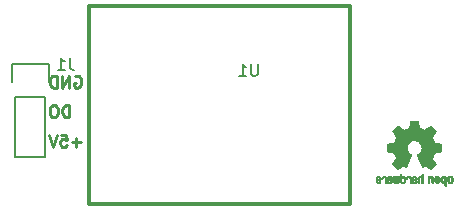
<source format=gbo>
G04 #@! TF.GenerationSoftware,KiCad,Pcbnew,no-vcs-found-885a4c1~58~ubuntu16.04.1*
G04 #@! TF.CreationDate,2017-07-09T23:46:33+02:00*
G04 #@! TF.ProjectId,esp03_ledbar,65737030335F6C65646261722E6B6963,rev?*
G04 #@! TF.SameCoordinates,Original
G04 #@! TF.FileFunction,Legend,Bot*
G04 #@! TF.FilePolarity,Positive*
%FSLAX46Y46*%
G04 Gerber Fmt 4.6, Leading zero omitted, Abs format (unit mm)*
G04 Created by KiCad (PCBNEW no-vcs-found-885a4c1~58~ubuntu16.04.1) date Sun Jul  9 23:46:33 2017*
%MOMM*%
%LPD*%
G01*
G04 APERTURE LIST*
%ADD10C,0.250000*%
%ADD11C,0.150000*%
%ADD12C,0.010000*%
%ADD13C,0.300000*%
G04 APERTURE END LIST*
D10*
X125785714Y-124452380D02*
X125785714Y-123452380D01*
X125547619Y-123452380D01*
X125404761Y-123500000D01*
X125309523Y-123595238D01*
X125261904Y-123690476D01*
X125214285Y-123880952D01*
X125214285Y-124023809D01*
X125261904Y-124214285D01*
X125309523Y-124309523D01*
X125404761Y-124404761D01*
X125547619Y-124452380D01*
X125785714Y-124452380D01*
X124595238Y-123452380D02*
X124404761Y-123452380D01*
X124309523Y-123500000D01*
X124214285Y-123595238D01*
X124166666Y-123785714D01*
X124166666Y-124119047D01*
X124214285Y-124309523D01*
X124309523Y-124404761D01*
X124404761Y-124452380D01*
X124595238Y-124452380D01*
X124690476Y-124404761D01*
X124785714Y-124309523D01*
X124833333Y-124119047D01*
X124833333Y-123785714D01*
X124785714Y-123595238D01*
X124690476Y-123500000D01*
X124595238Y-123452380D01*
X126785714Y-126571428D02*
X126023809Y-126571428D01*
X126404761Y-126952380D02*
X126404761Y-126190476D01*
X125071428Y-125952380D02*
X125547619Y-125952380D01*
X125595238Y-126428571D01*
X125547619Y-126380952D01*
X125452380Y-126333333D01*
X125214285Y-126333333D01*
X125119047Y-126380952D01*
X125071428Y-126428571D01*
X125023809Y-126523809D01*
X125023809Y-126761904D01*
X125071428Y-126857142D01*
X125119047Y-126904761D01*
X125214285Y-126952380D01*
X125452380Y-126952380D01*
X125547619Y-126904761D01*
X125595238Y-126857142D01*
X124738095Y-125952380D02*
X124404761Y-126952380D01*
X124071428Y-125952380D01*
X126261904Y-121000000D02*
X126357142Y-120952380D01*
X126500000Y-120952380D01*
X126642857Y-121000000D01*
X126738095Y-121095238D01*
X126785714Y-121190476D01*
X126833333Y-121380952D01*
X126833333Y-121523809D01*
X126785714Y-121714285D01*
X126738095Y-121809523D01*
X126642857Y-121904761D01*
X126500000Y-121952380D01*
X126404761Y-121952380D01*
X126261904Y-121904761D01*
X126214285Y-121857142D01*
X126214285Y-121523809D01*
X126404761Y-121523809D01*
X125785714Y-121952380D02*
X125785714Y-120952380D01*
X125214285Y-121952380D01*
X125214285Y-120952380D01*
X124738095Y-121952380D02*
X124738095Y-120952380D01*
X124500000Y-120952380D01*
X124357142Y-121000000D01*
X124261904Y-121095238D01*
X124214285Y-121190476D01*
X124166666Y-121380952D01*
X124166666Y-121523809D01*
X124214285Y-121714285D01*
X124261904Y-121809523D01*
X124357142Y-121904761D01*
X124500000Y-121952380D01*
X124738095Y-121952380D01*
D11*
X123770000Y-122770000D02*
X123770000Y-127850000D01*
X123770000Y-127850000D02*
X121230000Y-127850000D01*
X121230000Y-127850000D02*
X121230000Y-122770000D01*
X120950000Y-119950000D02*
X120950000Y-121500000D01*
X121230000Y-122770000D02*
X123770000Y-122770000D01*
X124050000Y-121500000D02*
X124050000Y-119950000D01*
X124050000Y-119950000D02*
X120950000Y-119950000D01*
D12*
G36*
X157400256Y-129419918D02*
X157344799Y-129447568D01*
X157295852Y-129498480D01*
X157282371Y-129517338D01*
X157267686Y-129542015D01*
X157258158Y-129568816D01*
X157252707Y-129604587D01*
X157250253Y-129656169D01*
X157249714Y-129724267D01*
X157252148Y-129817588D01*
X157260606Y-129887657D01*
X157276826Y-129939931D01*
X157302546Y-129979869D01*
X157339503Y-130012929D01*
X157342218Y-130014886D01*
X157378640Y-130034908D01*
X157422498Y-130044815D01*
X157478276Y-130047257D01*
X157568952Y-130047257D01*
X157568990Y-130135283D01*
X157569834Y-130184308D01*
X157574976Y-130213065D01*
X157588413Y-130230311D01*
X157614142Y-130244808D01*
X157620321Y-130247769D01*
X157649236Y-130261648D01*
X157671624Y-130270414D01*
X157688271Y-130271171D01*
X157699964Y-130261023D01*
X157707490Y-130237073D01*
X157711634Y-130196426D01*
X157713185Y-130136186D01*
X157712929Y-130053455D01*
X157711651Y-129945339D01*
X157711252Y-129913000D01*
X157709815Y-129801524D01*
X157708528Y-129728603D01*
X157569029Y-129728603D01*
X157568245Y-129790499D01*
X157564760Y-129830997D01*
X157556876Y-129857708D01*
X157542895Y-129878244D01*
X157533403Y-129888260D01*
X157494596Y-129917567D01*
X157460237Y-129919952D01*
X157424784Y-129895750D01*
X157423886Y-129894857D01*
X157409461Y-129876153D01*
X157400687Y-129850732D01*
X157396261Y-129811584D01*
X157394882Y-129751697D01*
X157394857Y-129738430D01*
X157398188Y-129655901D01*
X157409031Y-129598691D01*
X157428660Y-129563766D01*
X157458350Y-129548094D01*
X157475509Y-129546514D01*
X157516234Y-129553926D01*
X157544168Y-129578330D01*
X157560983Y-129622980D01*
X157568350Y-129691130D01*
X157569029Y-129728603D01*
X157708528Y-129728603D01*
X157708292Y-129715245D01*
X157706323Y-129650333D01*
X157703550Y-129602958D01*
X157699612Y-129569290D01*
X157694151Y-129545498D01*
X157686808Y-129527753D01*
X157677223Y-129512224D01*
X157673113Y-129506381D01*
X157618595Y-129451185D01*
X157549664Y-129419890D01*
X157469928Y-129411165D01*
X157400256Y-129419918D01*
X157400256Y-129419918D01*
G37*
X157400256Y-129419918D02*
X157344799Y-129447568D01*
X157295852Y-129498480D01*
X157282371Y-129517338D01*
X157267686Y-129542015D01*
X157258158Y-129568816D01*
X157252707Y-129604587D01*
X157250253Y-129656169D01*
X157249714Y-129724267D01*
X157252148Y-129817588D01*
X157260606Y-129887657D01*
X157276826Y-129939931D01*
X157302546Y-129979869D01*
X157339503Y-130012929D01*
X157342218Y-130014886D01*
X157378640Y-130034908D01*
X157422498Y-130044815D01*
X157478276Y-130047257D01*
X157568952Y-130047257D01*
X157568990Y-130135283D01*
X157569834Y-130184308D01*
X157574976Y-130213065D01*
X157588413Y-130230311D01*
X157614142Y-130244808D01*
X157620321Y-130247769D01*
X157649236Y-130261648D01*
X157671624Y-130270414D01*
X157688271Y-130271171D01*
X157699964Y-130261023D01*
X157707490Y-130237073D01*
X157711634Y-130196426D01*
X157713185Y-130136186D01*
X157712929Y-130053455D01*
X157711651Y-129945339D01*
X157711252Y-129913000D01*
X157709815Y-129801524D01*
X157708528Y-129728603D01*
X157569029Y-129728603D01*
X157568245Y-129790499D01*
X157564760Y-129830997D01*
X157556876Y-129857708D01*
X157542895Y-129878244D01*
X157533403Y-129888260D01*
X157494596Y-129917567D01*
X157460237Y-129919952D01*
X157424784Y-129895750D01*
X157423886Y-129894857D01*
X157409461Y-129876153D01*
X157400687Y-129850732D01*
X157396261Y-129811584D01*
X157394882Y-129751697D01*
X157394857Y-129738430D01*
X157398188Y-129655901D01*
X157409031Y-129598691D01*
X157428660Y-129563766D01*
X157458350Y-129548094D01*
X157475509Y-129546514D01*
X157516234Y-129553926D01*
X157544168Y-129578330D01*
X157560983Y-129622980D01*
X157568350Y-129691130D01*
X157569029Y-129728603D01*
X157708528Y-129728603D01*
X157708292Y-129715245D01*
X157706323Y-129650333D01*
X157703550Y-129602958D01*
X157699612Y-129569290D01*
X157694151Y-129545498D01*
X157686808Y-129527753D01*
X157677223Y-129512224D01*
X157673113Y-129506381D01*
X157618595Y-129451185D01*
X157549664Y-129419890D01*
X157469928Y-129411165D01*
X157400256Y-129419918D01*
G36*
X156283907Y-129427780D02*
X156237328Y-129454723D01*
X156204943Y-129481466D01*
X156181258Y-129509484D01*
X156164941Y-129543748D01*
X156154661Y-129589227D01*
X156149086Y-129650892D01*
X156146884Y-129733711D01*
X156146629Y-129793246D01*
X156146629Y-130012391D01*
X156208314Y-130040044D01*
X156270000Y-130067697D01*
X156277257Y-129827670D01*
X156280256Y-129738028D01*
X156283402Y-129672962D01*
X156287299Y-129628026D01*
X156292553Y-129598770D01*
X156299769Y-129580748D01*
X156309550Y-129569511D01*
X156312688Y-129567079D01*
X156360239Y-129548083D01*
X156408303Y-129555600D01*
X156436914Y-129575543D01*
X156448553Y-129589675D01*
X156456609Y-129608220D01*
X156461729Y-129636334D01*
X156464559Y-129679173D01*
X156465744Y-129741895D01*
X156465943Y-129807261D01*
X156465982Y-129889268D01*
X156467386Y-129947316D01*
X156472086Y-129986465D01*
X156482013Y-130011780D01*
X156499097Y-130028323D01*
X156525268Y-130041156D01*
X156560225Y-130054491D01*
X156598404Y-130069007D01*
X156593859Y-129811389D01*
X156592029Y-129718519D01*
X156589888Y-129649889D01*
X156586819Y-129600711D01*
X156582206Y-129566198D01*
X156575432Y-129541562D01*
X156565881Y-129522016D01*
X156554366Y-129504770D01*
X156498810Y-129449680D01*
X156431020Y-129417822D01*
X156357287Y-129410191D01*
X156283907Y-129427780D01*
X156283907Y-129427780D01*
G37*
X156283907Y-129427780D02*
X156237328Y-129454723D01*
X156204943Y-129481466D01*
X156181258Y-129509484D01*
X156164941Y-129543748D01*
X156154661Y-129589227D01*
X156149086Y-129650892D01*
X156146884Y-129733711D01*
X156146629Y-129793246D01*
X156146629Y-130012391D01*
X156208314Y-130040044D01*
X156270000Y-130067697D01*
X156277257Y-129827670D01*
X156280256Y-129738028D01*
X156283402Y-129672962D01*
X156287299Y-129628026D01*
X156292553Y-129598770D01*
X156299769Y-129580748D01*
X156309550Y-129569511D01*
X156312688Y-129567079D01*
X156360239Y-129548083D01*
X156408303Y-129555600D01*
X156436914Y-129575543D01*
X156448553Y-129589675D01*
X156456609Y-129608220D01*
X156461729Y-129636334D01*
X156464559Y-129679173D01*
X156465744Y-129741895D01*
X156465943Y-129807261D01*
X156465982Y-129889268D01*
X156467386Y-129947316D01*
X156472086Y-129986465D01*
X156482013Y-130011780D01*
X156499097Y-130028323D01*
X156525268Y-130041156D01*
X156560225Y-130054491D01*
X156598404Y-130069007D01*
X156593859Y-129811389D01*
X156592029Y-129718519D01*
X156589888Y-129649889D01*
X156586819Y-129600711D01*
X156582206Y-129566198D01*
X156575432Y-129541562D01*
X156565881Y-129522016D01*
X156554366Y-129504770D01*
X156498810Y-129449680D01*
X156431020Y-129417822D01*
X156357287Y-129410191D01*
X156283907Y-129427780D01*
G36*
X157958885Y-129421962D02*
X157890855Y-129457733D01*
X157840649Y-129515301D01*
X157822815Y-129552312D01*
X157808937Y-129607882D01*
X157801833Y-129678096D01*
X157801160Y-129754727D01*
X157806573Y-129829552D01*
X157817730Y-129894342D01*
X157834286Y-129940873D01*
X157839374Y-129948887D01*
X157899645Y-130008707D01*
X157971231Y-130044535D01*
X158048908Y-130055020D01*
X158127452Y-130038810D01*
X158149311Y-130029092D01*
X158191878Y-129999143D01*
X158229237Y-129959433D01*
X158232768Y-129954397D01*
X158247119Y-129930124D01*
X158256606Y-129904178D01*
X158262210Y-129870022D01*
X158264914Y-129821119D01*
X158265701Y-129750935D01*
X158265714Y-129735200D01*
X158265678Y-129730192D01*
X158120571Y-129730192D01*
X158119727Y-129796430D01*
X158116404Y-129840386D01*
X158109417Y-129868779D01*
X158097584Y-129888325D01*
X158091543Y-129894857D01*
X158056814Y-129919680D01*
X158023097Y-129918548D01*
X157989005Y-129897016D01*
X157968671Y-129874029D01*
X157956629Y-129840478D01*
X157949866Y-129787569D01*
X157949402Y-129781399D01*
X157948248Y-129685513D01*
X157960312Y-129614299D01*
X157985430Y-129568194D01*
X158023440Y-129547635D01*
X158037008Y-129546514D01*
X158072636Y-129552152D01*
X158097006Y-129571686D01*
X158111907Y-129609042D01*
X158119125Y-129668150D01*
X158120571Y-129730192D01*
X158265678Y-129730192D01*
X158265174Y-129660413D01*
X158262904Y-129608159D01*
X158257932Y-129571949D01*
X158249287Y-129545299D01*
X158235995Y-129521722D01*
X158233057Y-129517338D01*
X158183687Y-129458249D01*
X158129891Y-129423947D01*
X158064398Y-129410331D01*
X158042158Y-129409665D01*
X157958885Y-129421962D01*
X157958885Y-129421962D01*
G37*
X157958885Y-129421962D02*
X157890855Y-129457733D01*
X157840649Y-129515301D01*
X157822815Y-129552312D01*
X157808937Y-129607882D01*
X157801833Y-129678096D01*
X157801160Y-129754727D01*
X157806573Y-129829552D01*
X157817730Y-129894342D01*
X157834286Y-129940873D01*
X157839374Y-129948887D01*
X157899645Y-130008707D01*
X157971231Y-130044535D01*
X158048908Y-130055020D01*
X158127452Y-130038810D01*
X158149311Y-130029092D01*
X158191878Y-129999143D01*
X158229237Y-129959433D01*
X158232768Y-129954397D01*
X158247119Y-129930124D01*
X158256606Y-129904178D01*
X158262210Y-129870022D01*
X158264914Y-129821119D01*
X158265701Y-129750935D01*
X158265714Y-129735200D01*
X158265678Y-129730192D01*
X158120571Y-129730192D01*
X158119727Y-129796430D01*
X158116404Y-129840386D01*
X158109417Y-129868779D01*
X158097584Y-129888325D01*
X158091543Y-129894857D01*
X158056814Y-129919680D01*
X158023097Y-129918548D01*
X157989005Y-129897016D01*
X157968671Y-129874029D01*
X157956629Y-129840478D01*
X157949866Y-129787569D01*
X157949402Y-129781399D01*
X157948248Y-129685513D01*
X157960312Y-129614299D01*
X157985430Y-129568194D01*
X158023440Y-129547635D01*
X158037008Y-129546514D01*
X158072636Y-129552152D01*
X158097006Y-129571686D01*
X158111907Y-129609042D01*
X158119125Y-129668150D01*
X158120571Y-129730192D01*
X158265678Y-129730192D01*
X158265174Y-129660413D01*
X158262904Y-129608159D01*
X158257932Y-129571949D01*
X158249287Y-129545299D01*
X158235995Y-129521722D01*
X158233057Y-129517338D01*
X158183687Y-129458249D01*
X158129891Y-129423947D01*
X158064398Y-129410331D01*
X158042158Y-129409665D01*
X157958885Y-129421962D01*
G36*
X156831697Y-129431239D02*
X156774473Y-129469735D01*
X156730251Y-129525335D01*
X156703833Y-129596086D01*
X156698490Y-129648162D01*
X156699097Y-129669893D01*
X156704178Y-129686531D01*
X156718145Y-129701437D01*
X156745411Y-129717973D01*
X156790388Y-129739498D01*
X156857489Y-129769374D01*
X156857829Y-129769524D01*
X156919593Y-129797813D01*
X156970241Y-129822933D01*
X157004596Y-129842179D01*
X157017482Y-129852848D01*
X157017486Y-129852934D01*
X157006128Y-129876166D01*
X156979569Y-129901774D01*
X156949077Y-129920221D01*
X156933630Y-129923886D01*
X156891485Y-129911212D01*
X156855192Y-129879471D01*
X156837483Y-129844572D01*
X156820448Y-129818845D01*
X156787078Y-129789546D01*
X156747851Y-129764235D01*
X156713244Y-129750471D01*
X156706007Y-129749714D01*
X156697861Y-129762160D01*
X156697370Y-129793972D01*
X156703357Y-129836866D01*
X156714643Y-129882558D01*
X156730050Y-129922761D01*
X156730829Y-129924322D01*
X156777196Y-129989062D01*
X156837289Y-130033097D01*
X156905535Y-130054711D01*
X156976362Y-130052185D01*
X157044196Y-130023804D01*
X157047212Y-130021808D01*
X157100573Y-129973448D01*
X157135660Y-129910352D01*
X157155078Y-129827387D01*
X157157684Y-129804078D01*
X157162299Y-129694055D01*
X157156767Y-129642748D01*
X157017486Y-129642748D01*
X157015676Y-129674753D01*
X157005778Y-129684093D01*
X156981102Y-129677105D01*
X156942205Y-129660587D01*
X156898725Y-129639881D01*
X156897644Y-129639333D01*
X156860791Y-129619949D01*
X156846000Y-129607013D01*
X156849647Y-129593451D01*
X156865005Y-129575632D01*
X156904077Y-129549845D01*
X156946154Y-129547950D01*
X156983897Y-129566717D01*
X157009966Y-129602915D01*
X157017486Y-129642748D01*
X157156767Y-129642748D01*
X157152806Y-129606027D01*
X157128450Y-129536212D01*
X157094544Y-129487302D01*
X157033347Y-129437878D01*
X156965937Y-129413359D01*
X156897120Y-129411797D01*
X156831697Y-129431239D01*
X156831697Y-129431239D01*
G37*
X156831697Y-129431239D02*
X156774473Y-129469735D01*
X156730251Y-129525335D01*
X156703833Y-129596086D01*
X156698490Y-129648162D01*
X156699097Y-129669893D01*
X156704178Y-129686531D01*
X156718145Y-129701437D01*
X156745411Y-129717973D01*
X156790388Y-129739498D01*
X156857489Y-129769374D01*
X156857829Y-129769524D01*
X156919593Y-129797813D01*
X156970241Y-129822933D01*
X157004596Y-129842179D01*
X157017482Y-129852848D01*
X157017486Y-129852934D01*
X157006128Y-129876166D01*
X156979569Y-129901774D01*
X156949077Y-129920221D01*
X156933630Y-129923886D01*
X156891485Y-129911212D01*
X156855192Y-129879471D01*
X156837483Y-129844572D01*
X156820448Y-129818845D01*
X156787078Y-129789546D01*
X156747851Y-129764235D01*
X156713244Y-129750471D01*
X156706007Y-129749714D01*
X156697861Y-129762160D01*
X156697370Y-129793972D01*
X156703357Y-129836866D01*
X156714643Y-129882558D01*
X156730050Y-129922761D01*
X156730829Y-129924322D01*
X156777196Y-129989062D01*
X156837289Y-130033097D01*
X156905535Y-130054711D01*
X156976362Y-130052185D01*
X157044196Y-130023804D01*
X157047212Y-130021808D01*
X157100573Y-129973448D01*
X157135660Y-129910352D01*
X157155078Y-129827387D01*
X157157684Y-129804078D01*
X157162299Y-129694055D01*
X157156767Y-129642748D01*
X157017486Y-129642748D01*
X157015676Y-129674753D01*
X157005778Y-129684093D01*
X156981102Y-129677105D01*
X156942205Y-129660587D01*
X156898725Y-129639881D01*
X156897644Y-129639333D01*
X156860791Y-129619949D01*
X156846000Y-129607013D01*
X156849647Y-129593451D01*
X156865005Y-129575632D01*
X156904077Y-129549845D01*
X156946154Y-129547950D01*
X156983897Y-129566717D01*
X157009966Y-129602915D01*
X157017486Y-129642748D01*
X157156767Y-129642748D01*
X157152806Y-129606027D01*
X157128450Y-129536212D01*
X157094544Y-129487302D01*
X157033347Y-129437878D01*
X156965937Y-129413359D01*
X156897120Y-129411797D01*
X156831697Y-129431239D01*
G36*
X155624114Y-129351289D02*
X155619861Y-129410613D01*
X155614975Y-129445572D01*
X155608205Y-129460820D01*
X155598298Y-129461015D01*
X155595086Y-129459195D01*
X155552356Y-129446015D01*
X155496773Y-129446785D01*
X155440263Y-129460333D01*
X155404918Y-129477861D01*
X155368679Y-129505861D01*
X155342187Y-129537549D01*
X155324001Y-129577813D01*
X155312678Y-129631543D01*
X155306778Y-129703626D01*
X155304857Y-129798951D01*
X155304823Y-129817237D01*
X155304800Y-130022646D01*
X155350509Y-130038580D01*
X155382973Y-130049420D01*
X155400785Y-130054468D01*
X155401309Y-130054514D01*
X155403063Y-130040828D01*
X155404556Y-130003076D01*
X155405674Y-129946224D01*
X155406303Y-129875234D01*
X155406400Y-129832073D01*
X155406602Y-129746973D01*
X155407642Y-129685981D01*
X155410169Y-129644177D01*
X155414836Y-129616642D01*
X155422293Y-129598456D01*
X155433189Y-129584698D01*
X155439993Y-129578073D01*
X155486728Y-129551375D01*
X155537728Y-129549375D01*
X155583999Y-129571955D01*
X155592556Y-129580107D01*
X155605107Y-129595436D01*
X155613812Y-129613618D01*
X155619369Y-129639909D01*
X155622474Y-129679562D01*
X155623824Y-129737832D01*
X155624114Y-129818173D01*
X155624114Y-130022646D01*
X155669823Y-130038580D01*
X155702287Y-130049420D01*
X155720099Y-130054468D01*
X155720623Y-130054514D01*
X155721963Y-130040623D01*
X155723172Y-130001439D01*
X155724199Y-129940700D01*
X155724998Y-129862141D01*
X155725519Y-129769498D01*
X155725714Y-129666509D01*
X155725714Y-129269342D01*
X155678543Y-129249444D01*
X155631371Y-129229547D01*
X155624114Y-129351289D01*
X155624114Y-129351289D01*
G37*
X155624114Y-129351289D02*
X155619861Y-129410613D01*
X155614975Y-129445572D01*
X155608205Y-129460820D01*
X155598298Y-129461015D01*
X155595086Y-129459195D01*
X155552356Y-129446015D01*
X155496773Y-129446785D01*
X155440263Y-129460333D01*
X155404918Y-129477861D01*
X155368679Y-129505861D01*
X155342187Y-129537549D01*
X155324001Y-129577813D01*
X155312678Y-129631543D01*
X155306778Y-129703626D01*
X155304857Y-129798951D01*
X155304823Y-129817237D01*
X155304800Y-130022646D01*
X155350509Y-130038580D01*
X155382973Y-130049420D01*
X155400785Y-130054468D01*
X155401309Y-130054514D01*
X155403063Y-130040828D01*
X155404556Y-130003076D01*
X155405674Y-129946224D01*
X155406303Y-129875234D01*
X155406400Y-129832073D01*
X155406602Y-129746973D01*
X155407642Y-129685981D01*
X155410169Y-129644177D01*
X155414836Y-129616642D01*
X155422293Y-129598456D01*
X155433189Y-129584698D01*
X155439993Y-129578073D01*
X155486728Y-129551375D01*
X155537728Y-129549375D01*
X155583999Y-129571955D01*
X155592556Y-129580107D01*
X155605107Y-129595436D01*
X155613812Y-129613618D01*
X155619369Y-129639909D01*
X155622474Y-129679562D01*
X155623824Y-129737832D01*
X155624114Y-129818173D01*
X155624114Y-130022646D01*
X155669823Y-130038580D01*
X155702287Y-130049420D01*
X155720099Y-130054468D01*
X155720623Y-130054514D01*
X155721963Y-130040623D01*
X155723172Y-130001439D01*
X155724199Y-129940700D01*
X155724998Y-129862141D01*
X155725519Y-129769498D01*
X155725714Y-129666509D01*
X155725714Y-129269342D01*
X155678543Y-129249444D01*
X155631371Y-129229547D01*
X155624114Y-129351289D01*
G36*
X154960256Y-129450968D02*
X154903384Y-129472087D01*
X154902733Y-129472493D01*
X154867560Y-129498380D01*
X154841593Y-129528633D01*
X154823330Y-129568058D01*
X154811268Y-129621462D01*
X154803904Y-129693651D01*
X154799736Y-129789432D01*
X154799371Y-129803078D01*
X154794124Y-130008842D01*
X154838284Y-130031678D01*
X154870237Y-130047110D01*
X154889530Y-130054423D01*
X154890422Y-130054514D01*
X154893761Y-130041022D01*
X154896413Y-130004626D01*
X154898044Y-129951452D01*
X154898400Y-129908393D01*
X154898408Y-129838641D01*
X154901597Y-129794837D01*
X154912712Y-129773944D01*
X154936499Y-129772925D01*
X154977704Y-129788741D01*
X155039914Y-129817815D01*
X155085659Y-129841963D01*
X155109187Y-129862913D01*
X155116104Y-129885747D01*
X155116114Y-129886877D01*
X155104701Y-129926212D01*
X155070908Y-129947462D01*
X155019191Y-129950539D01*
X154981939Y-129950006D01*
X154962297Y-129960735D01*
X154950048Y-129986505D01*
X154942998Y-130019337D01*
X154953158Y-130037966D01*
X154956983Y-130040632D01*
X154992999Y-130051340D01*
X155043434Y-130052856D01*
X155095374Y-130045759D01*
X155132178Y-130032788D01*
X155183062Y-129989585D01*
X155211986Y-129929446D01*
X155217714Y-129882462D01*
X155213343Y-129840082D01*
X155197525Y-129805488D01*
X155166203Y-129774763D01*
X155115322Y-129743990D01*
X155040824Y-129709252D01*
X155036286Y-129707288D01*
X154969179Y-129676287D01*
X154927768Y-129650862D01*
X154910019Y-129628014D01*
X154913893Y-129604745D01*
X154937357Y-129578056D01*
X154944373Y-129571914D01*
X154991370Y-129548100D01*
X155040067Y-129549103D01*
X155082478Y-129572451D01*
X155110616Y-129615675D01*
X155113231Y-129624160D01*
X155138692Y-129665308D01*
X155170999Y-129685128D01*
X155217714Y-129704770D01*
X155217714Y-129653950D01*
X155203504Y-129580082D01*
X155161325Y-129512327D01*
X155139376Y-129489661D01*
X155089483Y-129460569D01*
X155026033Y-129447400D01*
X154960256Y-129450968D01*
X154960256Y-129450968D01*
G37*
X154960256Y-129450968D02*
X154903384Y-129472087D01*
X154902733Y-129472493D01*
X154867560Y-129498380D01*
X154841593Y-129528633D01*
X154823330Y-129568058D01*
X154811268Y-129621462D01*
X154803904Y-129693651D01*
X154799736Y-129789432D01*
X154799371Y-129803078D01*
X154794124Y-130008842D01*
X154838284Y-130031678D01*
X154870237Y-130047110D01*
X154889530Y-130054423D01*
X154890422Y-130054514D01*
X154893761Y-130041022D01*
X154896413Y-130004626D01*
X154898044Y-129951452D01*
X154898400Y-129908393D01*
X154898408Y-129838641D01*
X154901597Y-129794837D01*
X154912712Y-129773944D01*
X154936499Y-129772925D01*
X154977704Y-129788741D01*
X155039914Y-129817815D01*
X155085659Y-129841963D01*
X155109187Y-129862913D01*
X155116104Y-129885747D01*
X155116114Y-129886877D01*
X155104701Y-129926212D01*
X155070908Y-129947462D01*
X155019191Y-129950539D01*
X154981939Y-129950006D01*
X154962297Y-129960735D01*
X154950048Y-129986505D01*
X154942998Y-130019337D01*
X154953158Y-130037966D01*
X154956983Y-130040632D01*
X154992999Y-130051340D01*
X155043434Y-130052856D01*
X155095374Y-130045759D01*
X155132178Y-130032788D01*
X155183062Y-129989585D01*
X155211986Y-129929446D01*
X155217714Y-129882462D01*
X155213343Y-129840082D01*
X155197525Y-129805488D01*
X155166203Y-129774763D01*
X155115322Y-129743990D01*
X155040824Y-129709252D01*
X155036286Y-129707288D01*
X154969179Y-129676287D01*
X154927768Y-129650862D01*
X154910019Y-129628014D01*
X154913893Y-129604745D01*
X154937357Y-129578056D01*
X154944373Y-129571914D01*
X154991370Y-129548100D01*
X155040067Y-129549103D01*
X155082478Y-129572451D01*
X155110616Y-129615675D01*
X155113231Y-129624160D01*
X155138692Y-129665308D01*
X155170999Y-129685128D01*
X155217714Y-129704770D01*
X155217714Y-129653950D01*
X155203504Y-129580082D01*
X155161325Y-129512327D01*
X155139376Y-129489661D01*
X155089483Y-129460569D01*
X155026033Y-129447400D01*
X154960256Y-129450968D01*
G36*
X154470074Y-129449755D02*
X154404142Y-129474084D01*
X154350727Y-129517117D01*
X154329836Y-129547409D01*
X154307061Y-129602994D01*
X154307534Y-129643186D01*
X154331438Y-129670217D01*
X154340283Y-129674813D01*
X154378470Y-129689144D01*
X154397972Y-129685472D01*
X154404578Y-129661407D01*
X154404914Y-129648114D01*
X154417008Y-129599210D01*
X154448529Y-129564999D01*
X154492341Y-129548476D01*
X154541305Y-129552634D01*
X154581106Y-129574227D01*
X154594550Y-129586544D01*
X154604079Y-129601487D01*
X154610515Y-129624075D01*
X154614683Y-129659328D01*
X154617403Y-129712266D01*
X154619498Y-129787907D01*
X154620040Y-129811857D01*
X154622019Y-129893790D01*
X154624269Y-129951455D01*
X154627643Y-129989608D01*
X154632994Y-130013004D01*
X154641176Y-130026398D01*
X154653041Y-130034545D01*
X154660638Y-130038144D01*
X154692898Y-130050452D01*
X154711889Y-130054514D01*
X154718164Y-130040948D01*
X154721994Y-129999934D01*
X154723400Y-129930999D01*
X154722402Y-129833669D01*
X154722092Y-129818657D01*
X154719899Y-129729859D01*
X154717307Y-129665019D01*
X154713618Y-129619067D01*
X154708136Y-129586935D01*
X154700165Y-129563553D01*
X154689007Y-129543852D01*
X154683170Y-129535410D01*
X154649704Y-129498057D01*
X154612273Y-129469003D01*
X154607691Y-129466467D01*
X154540574Y-129446443D01*
X154470074Y-129449755D01*
X154470074Y-129449755D01*
G37*
X154470074Y-129449755D02*
X154404142Y-129474084D01*
X154350727Y-129517117D01*
X154329836Y-129547409D01*
X154307061Y-129602994D01*
X154307534Y-129643186D01*
X154331438Y-129670217D01*
X154340283Y-129674813D01*
X154378470Y-129689144D01*
X154397972Y-129685472D01*
X154404578Y-129661407D01*
X154404914Y-129648114D01*
X154417008Y-129599210D01*
X154448529Y-129564999D01*
X154492341Y-129548476D01*
X154541305Y-129552634D01*
X154581106Y-129574227D01*
X154594550Y-129586544D01*
X154604079Y-129601487D01*
X154610515Y-129624075D01*
X154614683Y-129659328D01*
X154617403Y-129712266D01*
X154619498Y-129787907D01*
X154620040Y-129811857D01*
X154622019Y-129893790D01*
X154624269Y-129951455D01*
X154627643Y-129989608D01*
X154632994Y-130013004D01*
X154641176Y-130026398D01*
X154653041Y-130034545D01*
X154660638Y-130038144D01*
X154692898Y-130050452D01*
X154711889Y-130054514D01*
X154718164Y-130040948D01*
X154721994Y-129999934D01*
X154723400Y-129930999D01*
X154722402Y-129833669D01*
X154722092Y-129818657D01*
X154719899Y-129729859D01*
X154717307Y-129665019D01*
X154713618Y-129619067D01*
X154708136Y-129586935D01*
X154700165Y-129563553D01*
X154689007Y-129543852D01*
X154683170Y-129535410D01*
X154649704Y-129498057D01*
X154612273Y-129469003D01*
X154607691Y-129466467D01*
X154540574Y-129446443D01*
X154470074Y-129449755D01*
G36*
X153809883Y-129565358D02*
X153810067Y-129673837D01*
X153810781Y-129757287D01*
X153812325Y-129819704D01*
X153814999Y-129865085D01*
X153819106Y-129897429D01*
X153824945Y-129920733D01*
X153832818Y-129938995D01*
X153838779Y-129949418D01*
X153888145Y-130005945D01*
X153950736Y-130041377D01*
X154019987Y-130054090D01*
X154089332Y-130042463D01*
X154130625Y-130021568D01*
X154173975Y-129985422D01*
X154203519Y-129941276D01*
X154221345Y-129883462D01*
X154229537Y-129806313D01*
X154230698Y-129749714D01*
X154230542Y-129745647D01*
X154129143Y-129745647D01*
X154128524Y-129810550D01*
X154125686Y-129853514D01*
X154119160Y-129881622D01*
X154107477Y-129901953D01*
X154093517Y-129917288D01*
X154046635Y-129946890D01*
X153996299Y-129949419D01*
X153948724Y-129924705D01*
X153945021Y-129921356D01*
X153929217Y-129903935D01*
X153919307Y-129883209D01*
X153913942Y-129852362D01*
X153911772Y-129804577D01*
X153911429Y-129751748D01*
X153912173Y-129685381D01*
X153915252Y-129641106D01*
X153921939Y-129612009D01*
X153933504Y-129591173D01*
X153942987Y-129580107D01*
X153987040Y-129552198D01*
X154037776Y-129548843D01*
X154086204Y-129570159D01*
X154095550Y-129578073D01*
X154111460Y-129595647D01*
X154121390Y-129616587D01*
X154126722Y-129647782D01*
X154128837Y-129696122D01*
X154129143Y-129745647D01*
X154230542Y-129745647D01*
X154227190Y-129658568D01*
X154215274Y-129590086D01*
X154192865Y-129538600D01*
X154157876Y-129498443D01*
X154130625Y-129477861D01*
X154081093Y-129455625D01*
X154023684Y-129445304D01*
X153970318Y-129448067D01*
X153940457Y-129459212D01*
X153928739Y-129462383D01*
X153920963Y-129450557D01*
X153915535Y-129418866D01*
X153911429Y-129370593D01*
X153906933Y-129316829D01*
X153900687Y-129284482D01*
X153889324Y-129265985D01*
X153869472Y-129253770D01*
X153857000Y-129248362D01*
X153809829Y-129228601D01*
X153809883Y-129565358D01*
X153809883Y-129565358D01*
G37*
X153809883Y-129565358D02*
X153810067Y-129673837D01*
X153810781Y-129757287D01*
X153812325Y-129819704D01*
X153814999Y-129865085D01*
X153819106Y-129897429D01*
X153824945Y-129920733D01*
X153832818Y-129938995D01*
X153838779Y-129949418D01*
X153888145Y-130005945D01*
X153950736Y-130041377D01*
X154019987Y-130054090D01*
X154089332Y-130042463D01*
X154130625Y-130021568D01*
X154173975Y-129985422D01*
X154203519Y-129941276D01*
X154221345Y-129883462D01*
X154229537Y-129806313D01*
X154230698Y-129749714D01*
X154230542Y-129745647D01*
X154129143Y-129745647D01*
X154128524Y-129810550D01*
X154125686Y-129853514D01*
X154119160Y-129881622D01*
X154107477Y-129901953D01*
X154093517Y-129917288D01*
X154046635Y-129946890D01*
X153996299Y-129949419D01*
X153948724Y-129924705D01*
X153945021Y-129921356D01*
X153929217Y-129903935D01*
X153919307Y-129883209D01*
X153913942Y-129852362D01*
X153911772Y-129804577D01*
X153911429Y-129751748D01*
X153912173Y-129685381D01*
X153915252Y-129641106D01*
X153921939Y-129612009D01*
X153933504Y-129591173D01*
X153942987Y-129580107D01*
X153987040Y-129552198D01*
X154037776Y-129548843D01*
X154086204Y-129570159D01*
X154095550Y-129578073D01*
X154111460Y-129595647D01*
X154121390Y-129616587D01*
X154126722Y-129647782D01*
X154128837Y-129696122D01*
X154129143Y-129745647D01*
X154230542Y-129745647D01*
X154227190Y-129658568D01*
X154215274Y-129590086D01*
X154192865Y-129538600D01*
X154157876Y-129498443D01*
X154130625Y-129477861D01*
X154081093Y-129455625D01*
X154023684Y-129445304D01*
X153970318Y-129448067D01*
X153940457Y-129459212D01*
X153928739Y-129462383D01*
X153920963Y-129450557D01*
X153915535Y-129418866D01*
X153911429Y-129370593D01*
X153906933Y-129316829D01*
X153900687Y-129284482D01*
X153889324Y-129265985D01*
X153869472Y-129253770D01*
X153857000Y-129248362D01*
X153809829Y-129228601D01*
X153809883Y-129565358D01*
G36*
X153220167Y-129458663D02*
X153217952Y-129496850D01*
X153216216Y-129554886D01*
X153215101Y-129628180D01*
X153214743Y-129705055D01*
X153214743Y-129965196D01*
X153260674Y-130011127D01*
X153292325Y-130039429D01*
X153320110Y-130050893D01*
X153358085Y-130050168D01*
X153373160Y-130048321D01*
X153420274Y-130042948D01*
X153459244Y-130039869D01*
X153468743Y-130039585D01*
X153500767Y-130041445D01*
X153546568Y-130046114D01*
X153564326Y-130048321D01*
X153607943Y-130051735D01*
X153637255Y-130044320D01*
X153666320Y-130021427D01*
X153676812Y-130011127D01*
X153722743Y-129965196D01*
X153722743Y-129478602D01*
X153685774Y-129461758D01*
X153653941Y-129449282D01*
X153635317Y-129444914D01*
X153630542Y-129458718D01*
X153626079Y-129497286D01*
X153622225Y-129556356D01*
X153619278Y-129631663D01*
X153617857Y-129695286D01*
X153613886Y-129945657D01*
X153579241Y-129950556D01*
X153547732Y-129947131D01*
X153532292Y-129936041D01*
X153527977Y-129915308D01*
X153524292Y-129871145D01*
X153521531Y-129809146D01*
X153519988Y-129734909D01*
X153519765Y-129696706D01*
X153519543Y-129476783D01*
X153473834Y-129460849D01*
X153441482Y-129450015D01*
X153423885Y-129444962D01*
X153423377Y-129444914D01*
X153421612Y-129458648D01*
X153419671Y-129496730D01*
X153417718Y-129554482D01*
X153415916Y-129627227D01*
X153414657Y-129695286D01*
X153410686Y-129945657D01*
X153323600Y-129945657D01*
X153319604Y-129717240D01*
X153315608Y-129488822D01*
X153273153Y-129466868D01*
X153241808Y-129451793D01*
X153223256Y-129444951D01*
X153222721Y-129444914D01*
X153220167Y-129458663D01*
X153220167Y-129458663D01*
G37*
X153220167Y-129458663D02*
X153217952Y-129496850D01*
X153216216Y-129554886D01*
X153215101Y-129628180D01*
X153214743Y-129705055D01*
X153214743Y-129965196D01*
X153260674Y-130011127D01*
X153292325Y-130039429D01*
X153320110Y-130050893D01*
X153358085Y-130050168D01*
X153373160Y-130048321D01*
X153420274Y-130042948D01*
X153459244Y-130039869D01*
X153468743Y-130039585D01*
X153500767Y-130041445D01*
X153546568Y-130046114D01*
X153564326Y-130048321D01*
X153607943Y-130051735D01*
X153637255Y-130044320D01*
X153666320Y-130021427D01*
X153676812Y-130011127D01*
X153722743Y-129965196D01*
X153722743Y-129478602D01*
X153685774Y-129461758D01*
X153653941Y-129449282D01*
X153635317Y-129444914D01*
X153630542Y-129458718D01*
X153626079Y-129497286D01*
X153622225Y-129556356D01*
X153619278Y-129631663D01*
X153617857Y-129695286D01*
X153613886Y-129945657D01*
X153579241Y-129950556D01*
X153547732Y-129947131D01*
X153532292Y-129936041D01*
X153527977Y-129915308D01*
X153524292Y-129871145D01*
X153521531Y-129809146D01*
X153519988Y-129734909D01*
X153519765Y-129696706D01*
X153519543Y-129476783D01*
X153473834Y-129460849D01*
X153441482Y-129450015D01*
X153423885Y-129444962D01*
X153423377Y-129444914D01*
X153421612Y-129458648D01*
X153419671Y-129496730D01*
X153417718Y-129554482D01*
X153415916Y-129627227D01*
X153414657Y-129695286D01*
X153410686Y-129945657D01*
X153323600Y-129945657D01*
X153319604Y-129717240D01*
X153315608Y-129488822D01*
X153273153Y-129466868D01*
X153241808Y-129451793D01*
X153223256Y-129444951D01*
X153222721Y-129444914D01*
X153220167Y-129458663D01*
G36*
X152855124Y-129456335D02*
X152813333Y-129475344D01*
X152780531Y-129498378D01*
X152756497Y-129524133D01*
X152739903Y-129557358D01*
X152729423Y-129602800D01*
X152723729Y-129665207D01*
X152721493Y-129749327D01*
X152721257Y-129804721D01*
X152721257Y-130020826D01*
X152758226Y-130037670D01*
X152787344Y-130049981D01*
X152801769Y-130054514D01*
X152804528Y-130041025D01*
X152806718Y-130004653D01*
X152808058Y-129951542D01*
X152808343Y-129909372D01*
X152809566Y-129848447D01*
X152812864Y-129800115D01*
X152817679Y-129770518D01*
X152821504Y-129764229D01*
X152847217Y-129770652D01*
X152887582Y-129787125D01*
X152934321Y-129809458D01*
X152979155Y-129833457D01*
X153013807Y-129854930D01*
X153029998Y-129869685D01*
X153030062Y-129869845D01*
X153028670Y-129897152D01*
X153016182Y-129923219D01*
X152994257Y-129944392D01*
X152962257Y-129951474D01*
X152934908Y-129950649D01*
X152896174Y-129950042D01*
X152875842Y-129959116D01*
X152863631Y-129983092D01*
X152862091Y-129987613D01*
X152856797Y-130021806D01*
X152870953Y-130042568D01*
X152907852Y-130052462D01*
X152947711Y-130054292D01*
X153019438Y-130040727D01*
X153056568Y-130021355D01*
X153102424Y-129975845D01*
X153126744Y-129919983D01*
X153128927Y-129860957D01*
X153108371Y-129805953D01*
X153077451Y-129771486D01*
X153046580Y-129752189D01*
X152998058Y-129727759D01*
X152941515Y-129702985D01*
X152932090Y-129699199D01*
X152869981Y-129671791D01*
X152834178Y-129647634D01*
X152822663Y-129623619D01*
X152833420Y-129596635D01*
X152851886Y-129575543D01*
X152895531Y-129549572D01*
X152943554Y-129547624D01*
X152987594Y-129567637D01*
X153019291Y-129607551D01*
X153023451Y-129617848D01*
X153047673Y-129655724D01*
X153083035Y-129683842D01*
X153127657Y-129706917D01*
X153127657Y-129641485D01*
X153125031Y-129601506D01*
X153113770Y-129569997D01*
X153088801Y-129536378D01*
X153064831Y-129510484D01*
X153027559Y-129473817D01*
X152998599Y-129454121D01*
X152967495Y-129446220D01*
X152932287Y-129444914D01*
X152855124Y-129456335D01*
X152855124Y-129456335D01*
G37*
X152855124Y-129456335D02*
X152813333Y-129475344D01*
X152780531Y-129498378D01*
X152756497Y-129524133D01*
X152739903Y-129557358D01*
X152729423Y-129602800D01*
X152723729Y-129665207D01*
X152721493Y-129749327D01*
X152721257Y-129804721D01*
X152721257Y-130020826D01*
X152758226Y-130037670D01*
X152787344Y-130049981D01*
X152801769Y-130054514D01*
X152804528Y-130041025D01*
X152806718Y-130004653D01*
X152808058Y-129951542D01*
X152808343Y-129909372D01*
X152809566Y-129848447D01*
X152812864Y-129800115D01*
X152817679Y-129770518D01*
X152821504Y-129764229D01*
X152847217Y-129770652D01*
X152887582Y-129787125D01*
X152934321Y-129809458D01*
X152979155Y-129833457D01*
X153013807Y-129854930D01*
X153029998Y-129869685D01*
X153030062Y-129869845D01*
X153028670Y-129897152D01*
X153016182Y-129923219D01*
X152994257Y-129944392D01*
X152962257Y-129951474D01*
X152934908Y-129950649D01*
X152896174Y-129950042D01*
X152875842Y-129959116D01*
X152863631Y-129983092D01*
X152862091Y-129987613D01*
X152856797Y-130021806D01*
X152870953Y-130042568D01*
X152907852Y-130052462D01*
X152947711Y-130054292D01*
X153019438Y-130040727D01*
X153056568Y-130021355D01*
X153102424Y-129975845D01*
X153126744Y-129919983D01*
X153128927Y-129860957D01*
X153108371Y-129805953D01*
X153077451Y-129771486D01*
X153046580Y-129752189D01*
X152998058Y-129727759D01*
X152941515Y-129702985D01*
X152932090Y-129699199D01*
X152869981Y-129671791D01*
X152834178Y-129647634D01*
X152822663Y-129623619D01*
X152833420Y-129596635D01*
X152851886Y-129575543D01*
X152895531Y-129549572D01*
X152943554Y-129547624D01*
X152987594Y-129567637D01*
X153019291Y-129607551D01*
X153023451Y-129617848D01*
X153047673Y-129655724D01*
X153083035Y-129683842D01*
X153127657Y-129706917D01*
X153127657Y-129641485D01*
X153125031Y-129601506D01*
X153113770Y-129569997D01*
X153088801Y-129536378D01*
X153064831Y-129510484D01*
X153027559Y-129473817D01*
X152998599Y-129454121D01*
X152967495Y-129446220D01*
X152932287Y-129444914D01*
X152855124Y-129456335D01*
G36*
X152347400Y-129458752D02*
X152330052Y-129466334D01*
X152288644Y-129499128D01*
X152253235Y-129546547D01*
X152231336Y-129597151D01*
X152227771Y-129622098D01*
X152239721Y-129656927D01*
X152265933Y-129675357D01*
X152294036Y-129686516D01*
X152306905Y-129688572D01*
X152313171Y-129673649D01*
X152325544Y-129641175D01*
X152330972Y-129626502D01*
X152361410Y-129575744D01*
X152405480Y-129550427D01*
X152461990Y-129551206D01*
X152466175Y-129552203D01*
X152496345Y-129566507D01*
X152518524Y-129594393D01*
X152533673Y-129639287D01*
X152542750Y-129704615D01*
X152546714Y-129793804D01*
X152547086Y-129841261D01*
X152547270Y-129916071D01*
X152548478Y-129967069D01*
X152551691Y-129999471D01*
X152557891Y-130018495D01*
X152568060Y-130029356D01*
X152583181Y-130037272D01*
X152584054Y-130037670D01*
X152613172Y-130049981D01*
X152627597Y-130054514D01*
X152629814Y-130040809D01*
X152631711Y-130002925D01*
X152633153Y-129945715D01*
X152634002Y-129874027D01*
X152634171Y-129821565D01*
X152633308Y-129720047D01*
X152629930Y-129643032D01*
X152622858Y-129586023D01*
X152610912Y-129544526D01*
X152592910Y-129514043D01*
X152567673Y-129490080D01*
X152542753Y-129473355D01*
X152482829Y-129451097D01*
X152413089Y-129446076D01*
X152347400Y-129458752D01*
X152347400Y-129458752D01*
G37*
X152347400Y-129458752D02*
X152330052Y-129466334D01*
X152288644Y-129499128D01*
X152253235Y-129546547D01*
X152231336Y-129597151D01*
X152227771Y-129622098D01*
X152239721Y-129656927D01*
X152265933Y-129675357D01*
X152294036Y-129686516D01*
X152306905Y-129688572D01*
X152313171Y-129673649D01*
X152325544Y-129641175D01*
X152330972Y-129626502D01*
X152361410Y-129575744D01*
X152405480Y-129550427D01*
X152461990Y-129551206D01*
X152466175Y-129552203D01*
X152496345Y-129566507D01*
X152518524Y-129594393D01*
X152533673Y-129639287D01*
X152542750Y-129704615D01*
X152546714Y-129793804D01*
X152547086Y-129841261D01*
X152547270Y-129916071D01*
X152548478Y-129967069D01*
X152551691Y-129999471D01*
X152557891Y-130018495D01*
X152568060Y-130029356D01*
X152583181Y-130037272D01*
X152584054Y-130037670D01*
X152613172Y-130049981D01*
X152627597Y-130054514D01*
X152629814Y-130040809D01*
X152631711Y-130002925D01*
X152633153Y-129945715D01*
X152634002Y-129874027D01*
X152634171Y-129821565D01*
X152633308Y-129720047D01*
X152629930Y-129643032D01*
X152622858Y-129586023D01*
X152610912Y-129544526D01*
X152592910Y-129514043D01*
X152567673Y-129490080D01*
X152542753Y-129473355D01*
X152482829Y-129451097D01*
X152413089Y-129446076D01*
X152347400Y-129458752D01*
G36*
X151846405Y-129466966D02*
X151788979Y-129504497D01*
X151761281Y-129538096D01*
X151739338Y-129599064D01*
X151737595Y-129647308D01*
X151741543Y-129711816D01*
X151890314Y-129776934D01*
X151962651Y-129810202D01*
X152009916Y-129836964D01*
X152034493Y-129860144D01*
X152038763Y-129882667D01*
X152025111Y-129907455D01*
X152010057Y-129923886D01*
X151966254Y-129950235D01*
X151918611Y-129952081D01*
X151874855Y-129931546D01*
X151842711Y-129890752D01*
X151836962Y-129876347D01*
X151809424Y-129831356D01*
X151777742Y-129812182D01*
X151734286Y-129795779D01*
X151734286Y-129857966D01*
X151738128Y-129900283D01*
X151753177Y-129935969D01*
X151784720Y-129976943D01*
X151789408Y-129982267D01*
X151824494Y-130018720D01*
X151854653Y-130038283D01*
X151892385Y-130047283D01*
X151923665Y-130050230D01*
X151979615Y-130050965D01*
X152019445Y-130041660D01*
X152044292Y-130027846D01*
X152083344Y-129997467D01*
X152110375Y-129964613D01*
X152127483Y-129923294D01*
X152136762Y-129867521D01*
X152140307Y-129791305D01*
X152140590Y-129752622D01*
X152139628Y-129706247D01*
X152051993Y-129706247D01*
X152050977Y-129731126D01*
X152048444Y-129735200D01*
X152031726Y-129729665D01*
X151995751Y-129715017D01*
X151947669Y-129694190D01*
X151937614Y-129689714D01*
X151876848Y-129658814D01*
X151843368Y-129631657D01*
X151836010Y-129606220D01*
X151853609Y-129580481D01*
X151868144Y-129569109D01*
X151920590Y-129546364D01*
X151969678Y-129550122D01*
X152010773Y-129577884D01*
X152039242Y-129627152D01*
X152048369Y-129666257D01*
X152051993Y-129706247D01*
X152139628Y-129706247D01*
X152138715Y-129662249D01*
X152131804Y-129595384D01*
X152118116Y-129546695D01*
X152095904Y-129510849D01*
X152063426Y-129482513D01*
X152049267Y-129473355D01*
X151984947Y-129449507D01*
X151914527Y-129448006D01*
X151846405Y-129466966D01*
X151846405Y-129466966D01*
G37*
X151846405Y-129466966D02*
X151788979Y-129504497D01*
X151761281Y-129538096D01*
X151739338Y-129599064D01*
X151737595Y-129647308D01*
X151741543Y-129711816D01*
X151890314Y-129776934D01*
X151962651Y-129810202D01*
X152009916Y-129836964D01*
X152034493Y-129860144D01*
X152038763Y-129882667D01*
X152025111Y-129907455D01*
X152010057Y-129923886D01*
X151966254Y-129950235D01*
X151918611Y-129952081D01*
X151874855Y-129931546D01*
X151842711Y-129890752D01*
X151836962Y-129876347D01*
X151809424Y-129831356D01*
X151777742Y-129812182D01*
X151734286Y-129795779D01*
X151734286Y-129857966D01*
X151738128Y-129900283D01*
X151753177Y-129935969D01*
X151784720Y-129976943D01*
X151789408Y-129982267D01*
X151824494Y-130018720D01*
X151854653Y-130038283D01*
X151892385Y-130047283D01*
X151923665Y-130050230D01*
X151979615Y-130050965D01*
X152019445Y-130041660D01*
X152044292Y-130027846D01*
X152083344Y-129997467D01*
X152110375Y-129964613D01*
X152127483Y-129923294D01*
X152136762Y-129867521D01*
X152140307Y-129791305D01*
X152140590Y-129752622D01*
X152139628Y-129706247D01*
X152051993Y-129706247D01*
X152050977Y-129731126D01*
X152048444Y-129735200D01*
X152031726Y-129729665D01*
X151995751Y-129715017D01*
X151947669Y-129694190D01*
X151937614Y-129689714D01*
X151876848Y-129658814D01*
X151843368Y-129631657D01*
X151836010Y-129606220D01*
X151853609Y-129580481D01*
X151868144Y-129569109D01*
X151920590Y-129546364D01*
X151969678Y-129550122D01*
X152010773Y-129577884D01*
X152039242Y-129627152D01*
X152048369Y-129666257D01*
X152051993Y-129706247D01*
X152139628Y-129706247D01*
X152138715Y-129662249D01*
X152131804Y-129595384D01*
X152118116Y-129546695D01*
X152095904Y-129510849D01*
X152063426Y-129482513D01*
X152049267Y-129473355D01*
X151984947Y-129449507D01*
X151914527Y-129448006D01*
X151846405Y-129466966D01*
G36*
X154896090Y-124742348D02*
X154817546Y-124742778D01*
X154760702Y-124743942D01*
X154721895Y-124746207D01*
X154697462Y-124749940D01*
X154683738Y-124755506D01*
X154677060Y-124763273D01*
X154673764Y-124773605D01*
X154673444Y-124774943D01*
X154668438Y-124799079D01*
X154659171Y-124846701D01*
X154646608Y-124912741D01*
X154631713Y-124992128D01*
X154615449Y-125079796D01*
X154614881Y-125082875D01*
X154598590Y-125168789D01*
X154583348Y-125244696D01*
X154570139Y-125306045D01*
X154559946Y-125348282D01*
X154553752Y-125366855D01*
X154553457Y-125367184D01*
X154535212Y-125376253D01*
X154497595Y-125391367D01*
X154448729Y-125409262D01*
X154448457Y-125409358D01*
X154386907Y-125432493D01*
X154314343Y-125461965D01*
X154245943Y-125491597D01*
X154242706Y-125493062D01*
X154131298Y-125543626D01*
X153884601Y-125375160D01*
X153808923Y-125323803D01*
X153740369Y-125277889D01*
X153682912Y-125240030D01*
X153640524Y-125212837D01*
X153617175Y-125198921D01*
X153614958Y-125197889D01*
X153597990Y-125202484D01*
X153566299Y-125224655D01*
X153518648Y-125265447D01*
X153453802Y-125325905D01*
X153387603Y-125390227D01*
X153323786Y-125453612D01*
X153266671Y-125511451D01*
X153219695Y-125560175D01*
X153186297Y-125596210D01*
X153169915Y-125615984D01*
X153169306Y-125617002D01*
X153167495Y-125630572D01*
X153174317Y-125652733D01*
X153191460Y-125686478D01*
X153220607Y-125734800D01*
X153263445Y-125800692D01*
X153320552Y-125885517D01*
X153371234Y-125960177D01*
X153416539Y-126027140D01*
X153453850Y-126082516D01*
X153480548Y-126122420D01*
X153494015Y-126142962D01*
X153494863Y-126144356D01*
X153493219Y-126164038D01*
X153480755Y-126202293D01*
X153459952Y-126251889D01*
X153452538Y-126267728D01*
X153420186Y-126338290D01*
X153385672Y-126418353D01*
X153357635Y-126487629D01*
X153337432Y-126539045D01*
X153321385Y-126578119D01*
X153312112Y-126598541D01*
X153310959Y-126600114D01*
X153293904Y-126602721D01*
X153253702Y-126609863D01*
X153195698Y-126620523D01*
X153125237Y-126633685D01*
X153047665Y-126648333D01*
X152968328Y-126663449D01*
X152892569Y-126678018D01*
X152825736Y-126691022D01*
X152773172Y-126701445D01*
X152740224Y-126708270D01*
X152732143Y-126710199D01*
X152723795Y-126714962D01*
X152717494Y-126725718D01*
X152712955Y-126746098D01*
X152709896Y-126779734D01*
X152708033Y-126830255D01*
X152707082Y-126901292D01*
X152706760Y-126996476D01*
X152706743Y-127035492D01*
X152706743Y-127352799D01*
X152782943Y-127367839D01*
X152825337Y-127375995D01*
X152888600Y-127387899D01*
X152965038Y-127402116D01*
X153046957Y-127417210D01*
X153069600Y-127421355D01*
X153145194Y-127436053D01*
X153211047Y-127450505D01*
X153261634Y-127463375D01*
X153291426Y-127473322D01*
X153296388Y-127476287D01*
X153308574Y-127497283D01*
X153326047Y-127537967D01*
X153345423Y-127590322D01*
X153349266Y-127601600D01*
X153374661Y-127671523D01*
X153406183Y-127750418D01*
X153437031Y-127821266D01*
X153437183Y-127821595D01*
X153488553Y-127932733D01*
X153319601Y-128181253D01*
X153150648Y-128429772D01*
X153367571Y-128647058D01*
X153433181Y-128711726D01*
X153493021Y-128768733D01*
X153543733Y-128815033D01*
X153581954Y-128847584D01*
X153604325Y-128863343D01*
X153607534Y-128864343D01*
X153626374Y-128856469D01*
X153664820Y-128834578D01*
X153718670Y-128801267D01*
X153783724Y-128759131D01*
X153854060Y-128711943D01*
X153925445Y-128663810D01*
X153989092Y-128621928D01*
X154040959Y-128588871D01*
X154077005Y-128567218D01*
X154093133Y-128559543D01*
X154112811Y-128566037D01*
X154150125Y-128583150D01*
X154197379Y-128607326D01*
X154202388Y-128610013D01*
X154266023Y-128641927D01*
X154309659Y-128657579D01*
X154336798Y-128657745D01*
X154350943Y-128643204D01*
X154351025Y-128643000D01*
X154358095Y-128625779D01*
X154374958Y-128584899D01*
X154400305Y-128523525D01*
X154432829Y-128444819D01*
X154471222Y-128351947D01*
X154514178Y-128248072D01*
X154555778Y-128147502D01*
X154601496Y-128036516D01*
X154643474Y-127933703D01*
X154680452Y-127842215D01*
X154711173Y-127765201D01*
X154734378Y-127705815D01*
X154748810Y-127667209D01*
X154753257Y-127652800D01*
X154742104Y-127636272D01*
X154712931Y-127609930D01*
X154674029Y-127580887D01*
X154563243Y-127489039D01*
X154476649Y-127383759D01*
X154415284Y-127267266D01*
X154380185Y-127141776D01*
X154372392Y-127009507D01*
X154378057Y-126948457D01*
X154408922Y-126821795D01*
X154462080Y-126709941D01*
X154534233Y-126614001D01*
X154622083Y-126535076D01*
X154722335Y-126474270D01*
X154831690Y-126432687D01*
X154946853Y-126411428D01*
X155064525Y-126411599D01*
X155181410Y-126434301D01*
X155294211Y-126480638D01*
X155399631Y-126551713D01*
X155443632Y-126591911D01*
X155528021Y-126695129D01*
X155586778Y-126807925D01*
X155620296Y-126927010D01*
X155628965Y-127049095D01*
X155613177Y-127170893D01*
X155573322Y-127289116D01*
X155509793Y-127400475D01*
X155422979Y-127501684D01*
X155325971Y-127580887D01*
X155285563Y-127611162D01*
X155257018Y-127637219D01*
X155246743Y-127652825D01*
X155252123Y-127669843D01*
X155267425Y-127710500D01*
X155291388Y-127771642D01*
X155322756Y-127850119D01*
X155360268Y-127942780D01*
X155402667Y-128046472D01*
X155444337Y-128147526D01*
X155490310Y-128258607D01*
X155532893Y-128361541D01*
X155570779Y-128453165D01*
X155602660Y-128530316D01*
X155627229Y-128589831D01*
X155643180Y-128628544D01*
X155649090Y-128643000D01*
X155663052Y-128657685D01*
X155690060Y-128657642D01*
X155733587Y-128642099D01*
X155797110Y-128610284D01*
X155797612Y-128610013D01*
X155845440Y-128585323D01*
X155884103Y-128567338D01*
X155905905Y-128559614D01*
X155906867Y-128559543D01*
X155923279Y-128567378D01*
X155959513Y-128589165D01*
X156011526Y-128622328D01*
X156075275Y-128664291D01*
X156145940Y-128711943D01*
X156217884Y-128760191D01*
X156282726Y-128802151D01*
X156336265Y-128835227D01*
X156374303Y-128856821D01*
X156392467Y-128864343D01*
X156409192Y-128854457D01*
X156442820Y-128826826D01*
X156489990Y-128784495D01*
X156547342Y-128730505D01*
X156611516Y-128667899D01*
X156632503Y-128646983D01*
X156849501Y-128429623D01*
X156684332Y-128187220D01*
X156634136Y-128112781D01*
X156590081Y-128045972D01*
X156554638Y-127990665D01*
X156530281Y-127950729D01*
X156519478Y-127930036D01*
X156519162Y-127928563D01*
X156524857Y-127909058D01*
X156540174Y-127869822D01*
X156562463Y-127817430D01*
X156578107Y-127782355D01*
X156607359Y-127715201D01*
X156634906Y-127647358D01*
X156656263Y-127590034D01*
X156662065Y-127572572D01*
X156678548Y-127525938D01*
X156694660Y-127489905D01*
X156703510Y-127476287D01*
X156723040Y-127467952D01*
X156765666Y-127456137D01*
X156825855Y-127442181D01*
X156898078Y-127427422D01*
X156930400Y-127421355D01*
X157012478Y-127406273D01*
X157091205Y-127391669D01*
X157158891Y-127378980D01*
X157207840Y-127369642D01*
X157217057Y-127367839D01*
X157293257Y-127352799D01*
X157293257Y-127035492D01*
X157293086Y-126931154D01*
X157292384Y-126852213D01*
X157290866Y-126795038D01*
X157288251Y-126755999D01*
X157284254Y-126731465D01*
X157278591Y-126717805D01*
X157270980Y-126711389D01*
X157267857Y-126710199D01*
X157249022Y-126705980D01*
X157207412Y-126697562D01*
X157148370Y-126685961D01*
X157077243Y-126672195D01*
X156999375Y-126657280D01*
X156920113Y-126642232D01*
X156844802Y-126628069D01*
X156778787Y-126615806D01*
X156727413Y-126606461D01*
X156696025Y-126601050D01*
X156689041Y-126600114D01*
X156682715Y-126587596D01*
X156668710Y-126554246D01*
X156649645Y-126506377D01*
X156642366Y-126487629D01*
X156613004Y-126415195D01*
X156578429Y-126335170D01*
X156547463Y-126267728D01*
X156524677Y-126216159D01*
X156509518Y-126173785D01*
X156504458Y-126147834D01*
X156505264Y-126144356D01*
X156515959Y-126127936D01*
X156540380Y-126091417D01*
X156575905Y-126038687D01*
X156619913Y-125973635D01*
X156669783Y-125900151D01*
X156679644Y-125885645D01*
X156737508Y-125799704D01*
X156780044Y-125734261D01*
X156808946Y-125686304D01*
X156825910Y-125652820D01*
X156832633Y-125630795D01*
X156830810Y-125617217D01*
X156830764Y-125617131D01*
X156816414Y-125599297D01*
X156784677Y-125564817D01*
X156738990Y-125517268D01*
X156682796Y-125460222D01*
X156619532Y-125397255D01*
X156612398Y-125390227D01*
X156532670Y-125313020D01*
X156471143Y-125256330D01*
X156426579Y-125219110D01*
X156397743Y-125200315D01*
X156385042Y-125197889D01*
X156366506Y-125208471D01*
X156328039Y-125232916D01*
X156273614Y-125268612D01*
X156207202Y-125312947D01*
X156132775Y-125363311D01*
X156115399Y-125375160D01*
X155868703Y-125543626D01*
X155757294Y-125493062D01*
X155689543Y-125463595D01*
X155616817Y-125433959D01*
X155554297Y-125410330D01*
X155551543Y-125409358D01*
X155502640Y-125391457D01*
X155464943Y-125376320D01*
X155446575Y-125367210D01*
X155446544Y-125367184D01*
X155440715Y-125350717D01*
X155430808Y-125310219D01*
X155417805Y-125250242D01*
X155402691Y-125175340D01*
X155386448Y-125090064D01*
X155385119Y-125082875D01*
X155368825Y-124995014D01*
X155353867Y-124915260D01*
X155341209Y-124848681D01*
X155331814Y-124800347D01*
X155326646Y-124775325D01*
X155326556Y-124774943D01*
X155323411Y-124764299D01*
X155317296Y-124756262D01*
X155304547Y-124750467D01*
X155281500Y-124746547D01*
X155244491Y-124744135D01*
X155189856Y-124742865D01*
X155113933Y-124742371D01*
X155013056Y-124742286D01*
X155000000Y-124742286D01*
X154896090Y-124742348D01*
X154896090Y-124742348D01*
G37*
X154896090Y-124742348D02*
X154817546Y-124742778D01*
X154760702Y-124743942D01*
X154721895Y-124746207D01*
X154697462Y-124749940D01*
X154683738Y-124755506D01*
X154677060Y-124763273D01*
X154673764Y-124773605D01*
X154673444Y-124774943D01*
X154668438Y-124799079D01*
X154659171Y-124846701D01*
X154646608Y-124912741D01*
X154631713Y-124992128D01*
X154615449Y-125079796D01*
X154614881Y-125082875D01*
X154598590Y-125168789D01*
X154583348Y-125244696D01*
X154570139Y-125306045D01*
X154559946Y-125348282D01*
X154553752Y-125366855D01*
X154553457Y-125367184D01*
X154535212Y-125376253D01*
X154497595Y-125391367D01*
X154448729Y-125409262D01*
X154448457Y-125409358D01*
X154386907Y-125432493D01*
X154314343Y-125461965D01*
X154245943Y-125491597D01*
X154242706Y-125493062D01*
X154131298Y-125543626D01*
X153884601Y-125375160D01*
X153808923Y-125323803D01*
X153740369Y-125277889D01*
X153682912Y-125240030D01*
X153640524Y-125212837D01*
X153617175Y-125198921D01*
X153614958Y-125197889D01*
X153597990Y-125202484D01*
X153566299Y-125224655D01*
X153518648Y-125265447D01*
X153453802Y-125325905D01*
X153387603Y-125390227D01*
X153323786Y-125453612D01*
X153266671Y-125511451D01*
X153219695Y-125560175D01*
X153186297Y-125596210D01*
X153169915Y-125615984D01*
X153169306Y-125617002D01*
X153167495Y-125630572D01*
X153174317Y-125652733D01*
X153191460Y-125686478D01*
X153220607Y-125734800D01*
X153263445Y-125800692D01*
X153320552Y-125885517D01*
X153371234Y-125960177D01*
X153416539Y-126027140D01*
X153453850Y-126082516D01*
X153480548Y-126122420D01*
X153494015Y-126142962D01*
X153494863Y-126144356D01*
X153493219Y-126164038D01*
X153480755Y-126202293D01*
X153459952Y-126251889D01*
X153452538Y-126267728D01*
X153420186Y-126338290D01*
X153385672Y-126418353D01*
X153357635Y-126487629D01*
X153337432Y-126539045D01*
X153321385Y-126578119D01*
X153312112Y-126598541D01*
X153310959Y-126600114D01*
X153293904Y-126602721D01*
X153253702Y-126609863D01*
X153195698Y-126620523D01*
X153125237Y-126633685D01*
X153047665Y-126648333D01*
X152968328Y-126663449D01*
X152892569Y-126678018D01*
X152825736Y-126691022D01*
X152773172Y-126701445D01*
X152740224Y-126708270D01*
X152732143Y-126710199D01*
X152723795Y-126714962D01*
X152717494Y-126725718D01*
X152712955Y-126746098D01*
X152709896Y-126779734D01*
X152708033Y-126830255D01*
X152707082Y-126901292D01*
X152706760Y-126996476D01*
X152706743Y-127035492D01*
X152706743Y-127352799D01*
X152782943Y-127367839D01*
X152825337Y-127375995D01*
X152888600Y-127387899D01*
X152965038Y-127402116D01*
X153046957Y-127417210D01*
X153069600Y-127421355D01*
X153145194Y-127436053D01*
X153211047Y-127450505D01*
X153261634Y-127463375D01*
X153291426Y-127473322D01*
X153296388Y-127476287D01*
X153308574Y-127497283D01*
X153326047Y-127537967D01*
X153345423Y-127590322D01*
X153349266Y-127601600D01*
X153374661Y-127671523D01*
X153406183Y-127750418D01*
X153437031Y-127821266D01*
X153437183Y-127821595D01*
X153488553Y-127932733D01*
X153319601Y-128181253D01*
X153150648Y-128429772D01*
X153367571Y-128647058D01*
X153433181Y-128711726D01*
X153493021Y-128768733D01*
X153543733Y-128815033D01*
X153581954Y-128847584D01*
X153604325Y-128863343D01*
X153607534Y-128864343D01*
X153626374Y-128856469D01*
X153664820Y-128834578D01*
X153718670Y-128801267D01*
X153783724Y-128759131D01*
X153854060Y-128711943D01*
X153925445Y-128663810D01*
X153989092Y-128621928D01*
X154040959Y-128588871D01*
X154077005Y-128567218D01*
X154093133Y-128559543D01*
X154112811Y-128566037D01*
X154150125Y-128583150D01*
X154197379Y-128607326D01*
X154202388Y-128610013D01*
X154266023Y-128641927D01*
X154309659Y-128657579D01*
X154336798Y-128657745D01*
X154350943Y-128643204D01*
X154351025Y-128643000D01*
X154358095Y-128625779D01*
X154374958Y-128584899D01*
X154400305Y-128523525D01*
X154432829Y-128444819D01*
X154471222Y-128351947D01*
X154514178Y-128248072D01*
X154555778Y-128147502D01*
X154601496Y-128036516D01*
X154643474Y-127933703D01*
X154680452Y-127842215D01*
X154711173Y-127765201D01*
X154734378Y-127705815D01*
X154748810Y-127667209D01*
X154753257Y-127652800D01*
X154742104Y-127636272D01*
X154712931Y-127609930D01*
X154674029Y-127580887D01*
X154563243Y-127489039D01*
X154476649Y-127383759D01*
X154415284Y-127267266D01*
X154380185Y-127141776D01*
X154372392Y-127009507D01*
X154378057Y-126948457D01*
X154408922Y-126821795D01*
X154462080Y-126709941D01*
X154534233Y-126614001D01*
X154622083Y-126535076D01*
X154722335Y-126474270D01*
X154831690Y-126432687D01*
X154946853Y-126411428D01*
X155064525Y-126411599D01*
X155181410Y-126434301D01*
X155294211Y-126480638D01*
X155399631Y-126551713D01*
X155443632Y-126591911D01*
X155528021Y-126695129D01*
X155586778Y-126807925D01*
X155620296Y-126927010D01*
X155628965Y-127049095D01*
X155613177Y-127170893D01*
X155573322Y-127289116D01*
X155509793Y-127400475D01*
X155422979Y-127501684D01*
X155325971Y-127580887D01*
X155285563Y-127611162D01*
X155257018Y-127637219D01*
X155246743Y-127652825D01*
X155252123Y-127669843D01*
X155267425Y-127710500D01*
X155291388Y-127771642D01*
X155322756Y-127850119D01*
X155360268Y-127942780D01*
X155402667Y-128046472D01*
X155444337Y-128147526D01*
X155490310Y-128258607D01*
X155532893Y-128361541D01*
X155570779Y-128453165D01*
X155602660Y-128530316D01*
X155627229Y-128589831D01*
X155643180Y-128628544D01*
X155649090Y-128643000D01*
X155663052Y-128657685D01*
X155690060Y-128657642D01*
X155733587Y-128642099D01*
X155797110Y-128610284D01*
X155797612Y-128610013D01*
X155845440Y-128585323D01*
X155884103Y-128567338D01*
X155905905Y-128559614D01*
X155906867Y-128559543D01*
X155923279Y-128567378D01*
X155959513Y-128589165D01*
X156011526Y-128622328D01*
X156075275Y-128664291D01*
X156145940Y-128711943D01*
X156217884Y-128760191D01*
X156282726Y-128802151D01*
X156336265Y-128835227D01*
X156374303Y-128856821D01*
X156392467Y-128864343D01*
X156409192Y-128854457D01*
X156442820Y-128826826D01*
X156489990Y-128784495D01*
X156547342Y-128730505D01*
X156611516Y-128667899D01*
X156632503Y-128646983D01*
X156849501Y-128429623D01*
X156684332Y-128187220D01*
X156634136Y-128112781D01*
X156590081Y-128045972D01*
X156554638Y-127990665D01*
X156530281Y-127950729D01*
X156519478Y-127930036D01*
X156519162Y-127928563D01*
X156524857Y-127909058D01*
X156540174Y-127869822D01*
X156562463Y-127817430D01*
X156578107Y-127782355D01*
X156607359Y-127715201D01*
X156634906Y-127647358D01*
X156656263Y-127590034D01*
X156662065Y-127572572D01*
X156678548Y-127525938D01*
X156694660Y-127489905D01*
X156703510Y-127476287D01*
X156723040Y-127467952D01*
X156765666Y-127456137D01*
X156825855Y-127442181D01*
X156898078Y-127427422D01*
X156930400Y-127421355D01*
X157012478Y-127406273D01*
X157091205Y-127391669D01*
X157158891Y-127378980D01*
X157207840Y-127369642D01*
X157217057Y-127367839D01*
X157293257Y-127352799D01*
X157293257Y-127035492D01*
X157293086Y-126931154D01*
X157292384Y-126852213D01*
X157290866Y-126795038D01*
X157288251Y-126755999D01*
X157284254Y-126731465D01*
X157278591Y-126717805D01*
X157270980Y-126711389D01*
X157267857Y-126710199D01*
X157249022Y-126705980D01*
X157207412Y-126697562D01*
X157148370Y-126685961D01*
X157077243Y-126672195D01*
X156999375Y-126657280D01*
X156920113Y-126642232D01*
X156844802Y-126628069D01*
X156778787Y-126615806D01*
X156727413Y-126606461D01*
X156696025Y-126601050D01*
X156689041Y-126600114D01*
X156682715Y-126587596D01*
X156668710Y-126554246D01*
X156649645Y-126506377D01*
X156642366Y-126487629D01*
X156613004Y-126415195D01*
X156578429Y-126335170D01*
X156547463Y-126267728D01*
X156524677Y-126216159D01*
X156509518Y-126173785D01*
X156504458Y-126147834D01*
X156505264Y-126144356D01*
X156515959Y-126127936D01*
X156540380Y-126091417D01*
X156575905Y-126038687D01*
X156619913Y-125973635D01*
X156669783Y-125900151D01*
X156679644Y-125885645D01*
X156737508Y-125799704D01*
X156780044Y-125734261D01*
X156808946Y-125686304D01*
X156825910Y-125652820D01*
X156832633Y-125630795D01*
X156830810Y-125617217D01*
X156830764Y-125617131D01*
X156816414Y-125599297D01*
X156784677Y-125564817D01*
X156738990Y-125517268D01*
X156682796Y-125460222D01*
X156619532Y-125397255D01*
X156612398Y-125390227D01*
X156532670Y-125313020D01*
X156471143Y-125256330D01*
X156426579Y-125219110D01*
X156397743Y-125200315D01*
X156385042Y-125197889D01*
X156366506Y-125208471D01*
X156328039Y-125232916D01*
X156273614Y-125268612D01*
X156207202Y-125312947D01*
X156132775Y-125363311D01*
X156115399Y-125375160D01*
X155868703Y-125543626D01*
X155757294Y-125493062D01*
X155689543Y-125463595D01*
X155616817Y-125433959D01*
X155554297Y-125410330D01*
X155551543Y-125409358D01*
X155502640Y-125391457D01*
X155464943Y-125376320D01*
X155446575Y-125367210D01*
X155446544Y-125367184D01*
X155440715Y-125350717D01*
X155430808Y-125310219D01*
X155417805Y-125250242D01*
X155402691Y-125175340D01*
X155386448Y-125090064D01*
X155385119Y-125082875D01*
X155368825Y-124995014D01*
X155353867Y-124915260D01*
X155341209Y-124848681D01*
X155331814Y-124800347D01*
X155326646Y-124775325D01*
X155326556Y-124774943D01*
X155323411Y-124764299D01*
X155317296Y-124756262D01*
X155304547Y-124750467D01*
X155281500Y-124746547D01*
X155244491Y-124744135D01*
X155189856Y-124742865D01*
X155113933Y-124742371D01*
X155013056Y-124742286D01*
X155000000Y-124742286D01*
X154896090Y-124742348D01*
D13*
X127508000Y-115062000D02*
X149606000Y-115062000D01*
X149606000Y-115062000D02*
X149606000Y-131826000D01*
X149606000Y-131826000D02*
X127508000Y-131826000D01*
X127508000Y-131826000D02*
X127508000Y-115062000D01*
D11*
X125833333Y-119452380D02*
X125833333Y-120166666D01*
X125880952Y-120309523D01*
X125976190Y-120404761D01*
X126119047Y-120452380D01*
X126214285Y-120452380D01*
X124833333Y-120452380D02*
X125404761Y-120452380D01*
X125119047Y-120452380D02*
X125119047Y-119452380D01*
X125214285Y-119595238D01*
X125309523Y-119690476D01*
X125404761Y-119738095D01*
X141761904Y-119952380D02*
X141761904Y-120761904D01*
X141714285Y-120857142D01*
X141666666Y-120904761D01*
X141571428Y-120952380D01*
X141380952Y-120952380D01*
X141285714Y-120904761D01*
X141238095Y-120857142D01*
X141190476Y-120761904D01*
X141190476Y-119952380D01*
X140190476Y-120952380D02*
X140761904Y-120952380D01*
X140476190Y-120952380D02*
X140476190Y-119952380D01*
X140571428Y-120095238D01*
X140666666Y-120190476D01*
X140761904Y-120238095D01*
M02*

</source>
